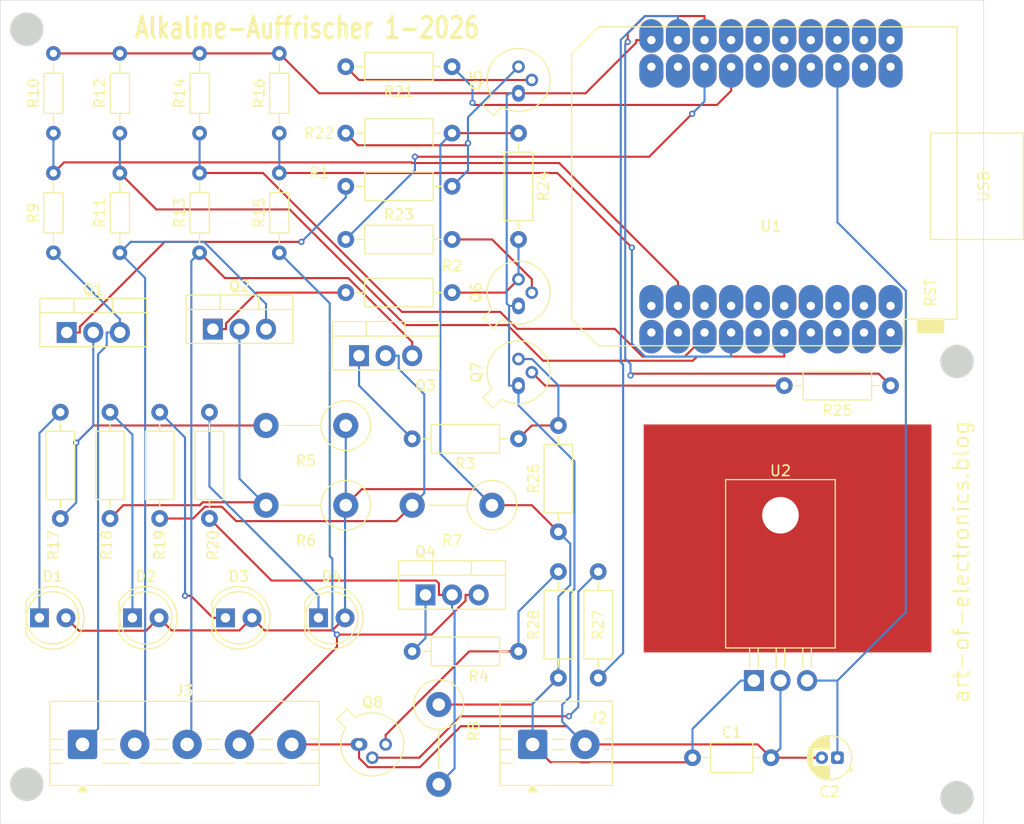
<source format=kicad_pcb>
(kicad_pcb (version 20241229) (generator "pcbnew") (generator_version "9.0")
  (layers (0 "F.Cu" signal) (2 "B.Cu" signal) (13 "F.Paste" user) (15 "B.Paste" user) (5 "F.SilkS" user "F.Silkscreen") (7 "B.SilkS" user "B.Silkscreen") (1 "F.Mask" user) (3 "B.Mask" user) (25 "Edge.Cuts" user))
  (net 0 "")
  (net 1 "+12 V")
  (net 2 "Net-(D1-K)")
  (net 3 "Net-(D2-K)")
  (net 4 "Net-(D3-K)")
  (net 5 "Net-(D4-K)")
  (net 6 "GND")
  (net 7 "+ Batt 2")
  (net 8 "+ Batt 4")
  (net 9 "+ Batt 1")
  (net 10 "+ Batt 3")
  (net 11 "Net-(Q1-G)")
  (net 12 "Net-(Q1-D)")
  (net 13 "Net-(Q2-G)")
  (net 14 "Net-(Q2-D)")
  (net 15 "Net-(Q3-G)")
  (net 16 "Net-(Q3-D)")
  (net 17 "Net-(Q4-G)")
  (net 18 "Net-(Q4-D)")
  (net 19 "Net-(Q5-B)")
  (net 20 "Net-(Q5-C)")
  (net 21 "Net-(Q6-C)")
  (net 22 "Net-(Q6-B)")
  (net 23 "Net-(Q7-B)")
  (net 24 "Net-(Q7-C)")
  (net 25 "Net-(Q8-B)")
  (net 26 "Net-(Q8-C)")
  (net 27 "Net-(U1-IO_36{slash}SVP{slash}A0)")
  (net 28 "Net-(U1-IO_34)")
  (net 29 "Net-(U1-IO_39{slash}SVN)")
  (net 30 "Net-(U1-IO_35)")
  (net 31 "Net-(U1-IO_21{slash}D2{slash}SDA)")
  (net 32 "Net-(U1-IO_22{slash}D1{slash}SCL)")
  (net 33 "Net-(U1-IO_25)")
  (net 34 "Net-(U1-IO_27)")
  (net 36 "+ 5 Vcc")
  (footprint "TerminalBlock:TerminalBlock_MaiXu_MX126-5.0-02P_1x02_P5.00mm" (layer "F.Cu") (at 133.43 124.46)
    (property "Reference" "J2")
    (property "Value" "12 V Input")
  )
  (footprint "Resistor_THT:R_Axial_DIN0207_L6.3mm_D2.5mm_P10.16mm_Horizontal" (layer "F.Cu") (at 125.73 59.69 180)
    (property "Reference" "R21")
    (property "Value" "4k7")
  )
  (footprint "Resistor_THT:R_Axial_DIN0207_L6.3mm_D2.5mm_P10.16mm_Horizontal" (layer "F.Cu") (at 88.29 102.87 90)
    (property "Reference" "R17")
    (property "Value" "2k2")
  )
  (footprint "Capacitor_THT:C_Axial_L3.8mm_D2.6mm_P7.50mm_Horizontal" (layer "F.Cu") (at 148.71 125.73)
    (property "Reference" "C1")
    (property "Value" "0.47u")
  )
  (footprint "Resistor_THT:R_Axial_DIN0207_L6.3mm_D2.5mm_P10.16mm_Horizontal" (layer "F.Cu") (at 102.54 102.87 90)
    (property "Reference" "R20")
    (property "Value" "2k2")
  )
  (footprint "Resistor_THT:R_Axial_DIN0414_L11.9mm_D4.5mm_P7.62mm_Vertical" (layer "F.Cu") (at 115.57 93.98 180)
    (property "Reference" "R5")
    (property "Value" "47R / 2W")
  )
  (footprint "MCU Espressif:esp32-wemos-d1-mini" (layer "F.Cu") (at 156.21 71.12 90)
    (property "Reference" "U1")
    (property "Value" "ESP32-wemos-d1-mini")
  )
  (footprint "Package_TO_SOT_THT:TO-220-3_Vertical" (layer "F.Cu") (at 116.84 87.31)
    (property "Reference" "Q3")
    (property "Value" "BUZ42")
  )
  (footprint "Resistor_THT:R_Axial_DIN0204_L3.6mm_D1.6mm_P7.62mm_Horizontal" (layer "F.Cu") (at 101.6 66.04 90)
    (property "Reference" "R14")
    (property "Value" "100k")
  )
  (footprint "Resistor_THT:R_Axial_DIN0204_L3.6mm_D1.6mm_P7.62mm_Horizontal" (layer "F.Cu") (at 109.22 77.47 90)
    (property "Reference" "R15")
    (property "Value" "330k")
  )
  (footprint "Resistor_THT:R_Axial_DIN0207_L6.3mm_D2.5mm_P10.16mm_Horizontal" (layer "F.Cu") (at 139.7 118.11 90)
    (property "Reference" "R27")
    (property "Value" "4k7")
  )
  (footprint "LED_THT:LED_D5.0mm" (layer "F.Cu") (at 104.0717 112.3608)
    (property "Reference" "D3")
    (property "Value" "LED gruen")
  )
  (footprint "Package_TO_SOT_THT:TO-220-3_Vertical" (layer "F.Cu") (at 102.87 84.77)
    (property "Reference" "Q2")
    (property "Value" "BUZ42")
  )
  (footprint "Resistor_THT:R_Axial_DIN0207_L6.3mm_D2.5mm_P10.16mm_Horizontal" (layer "F.Cu") (at 132.08 66.04 -90)
    (property "Reference" "R24")
    (property "Value" "10k")
  )
  (footprint "Package_TO_SOT_THT:TO-18-3" (layer "F.Cu") (at 132.08 62.23 90)
    (property "Reference" "Q5")
    (property "Value" "2N2484")
  )
  (footprint "Resistor_THT:R_Axial_DIN0204_L3.6mm_D1.6mm_P7.62mm_Horizontal" (layer "F.Cu") (at 101.6 77.47 90)
    (property "Reference" "R13")
    (property "Value" "330k")
  )
  (footprint "Resistor_THT:R_Axial_DIN0207_L6.3mm_D2.5mm_P10.16mm_Horizontal" (layer "F.Cu") (at 167.64 90.17 180)
    (property "Reference" "R25")
    (property "Value" "4k7")
  )
  (footprint "Resistor_THT:R_Axial_DIN0414_L11.9mm_D4.5mm_P7.62mm_Vertical" (layer "F.Cu") (at 124.46 120.65 -90)
    (property "Reference" "R8")
    (property "Value" "47R / 2W")
  )
  (footprint "Package_TO_SOT_THT:TO-220-3_Vertical" (layer "F.Cu") (at 88.9 85.09)
    (property "Reference" "Q1")
    (property "Value" "BUZ42")
  )
  (footprint "Package_TO_SOT_THT:TO-18-3" (layer "F.Cu") (at 132.08 90.17 90)
    (property "Reference" "Q7")
    (property "Value" "2N2484")
  )
  (footprint "Resistor_THT:R_Axial_DIN0414_L11.9mm_D4.5mm_P7.62mm_Vertical" (layer "F.Cu") (at 115.57 101.6 180)
    (property "Reference" "R6")
    (property "Value" "47R / 2W")
  )
  (footprint "Resistor_THT:R_Axial_DIN0207_L6.3mm_D2.5mm_P10.16mm_Horizontal" (layer "F.Cu") (at 97.79 102.87 90)
    (property "Reference" "R19")
    (property "Value" "2k2")
  )
  (footprint "Resistor_THT:R_Axial_DIN0207_L6.3mm_D2.5mm_P10.16mm_Horizontal" (layer "F.Cu") (at 125.73 81.28 180)
    (property "Reference" "R2")
    (property "Value" "4k7")
  )
  (footprint "Resistor_THT:R_Axial_DIN0204_L3.6mm_D1.6mm_P7.62mm_Horizontal" (layer "F.Cu") (at 93.98 77.47 90)
    (property "Reference" "R11")
    (property "Value" "330k")
  )
  (footprint "Resistor_THT:R_Axial_DIN0207_L6.3mm_D2.5mm_P10.16mm_Horizontal" (layer "F.Cu") (at 115.57 76.2)
    (property "Reference" "R23")
    (property "Value" "4k7")
  )
  (footprint "Resistor_THT:R_Axial_DIN0207_L6.3mm_D2.5mm_P10.16mm_Horizontal" (layer "F.Cu") (at 135.89 104.14 90)
    (property "Reference" "R26")
    (property "Value" "10k")
  )
  (footprint "Resistor_THT:R_Axial_DIN0207_L6.3mm_D2.5mm_P10.16mm_Horizontal" (layer "F.Cu") (at 125.73 71.12 180)
    (property "Reference" "R1")
    (property "Value" "4k7")
  )
  (footprint "Package_TO_SOT_THT:TO-18-3" (layer "F.Cu") (at 116.84 124.46)
    (property "Reference" "Q8")
    (property "Value" "2N2484")
  )
  (footprint "Resistor_THT:R_Axial_DIN0207_L6.3mm_D2.5mm_P10.16mm_Horizontal" (layer "F.Cu") (at 125.73 66.04 180)
    (property "Reference" "R22")
    (property "Value" "10k")
  )
  (footprint "Package_TO_SOT_THT:TO-220F-3_Horizontal_TabDown" (layer "F.Cu") (at 154.5752 118.36)
    (property "Reference" "U2")
    (property "Value" "LM2940C-5.0_TO220")
  )
  (footprint "LED_THT:LED_D5.0mm" (layer "F.Cu") (at 112.9617 112.3608)
    (property "Reference" "D4")
    (property "Value" "LED gruen")
  )
  (footprint "Resistor_THT:R_Axial_DIN0204_L3.6mm_D1.6mm_P7.62mm_Horizontal" (layer "F.Cu") (at 87.63 77.47 90)
    (property "Reference" "R9")
    (property "Value" "330k")
  )
  (footprint "LED_THT:LED_D5.0mm" (layer "F.Cu") (at 95.1817 112.3608)
    (property "Reference" "D2")
    (property "Value" "LED gruen")
  )
  (footprint "Resistor_THT:R_Axial_DIN0207_L6.3mm_D2.5mm_P10.16mm_Horizontal" (layer "F.Cu") (at 135.89 118.11 90)
    (property "Reference" "R28")
    (property "Value" "10k")
  )
  (footprint "Resistor_THT:R_Axial_DIN0204_L3.6mm_D1.6mm_P7.62mm_Horizontal" (layer "F.Cu") (at 87.63 66.04 90)
    (property "Reference" "R10")
    (property "Value" "100k")
  )
  (footprint "Package_TO_SOT_THT:TO-18-3" (layer "F.Cu") (at 132.08 82.55 90)
    (property "Reference" "Q6")
    (property "Value" "2N2484")
  )
  (footprint "Resistor_THT:R_Axial_DIN0204_L3.6mm_D1.6mm_P7.62mm_Horizontal" (layer "F.Cu") (at 109.22 66.04 90)
    (property "Reference" "R16")
    (property "Value" "100k")
  )
  (footprint "Capacitor_THT:CP_Radial_D4.0mm_P1.50mm" (layer "F.Cu") (at 162.56 125.73 180)
    (property "Reference" "C2")
    (property "Value" "22u")
  )
  (footprint "Resistor_THT:R_Axial_DIN0207_L6.3mm_D2.5mm_P10.16mm_Horizontal" (layer "F.Cu") (at 132.08 115.57 180)
    (property "Reference" "R4")
    (property "Value" "4k7")
  )
  (footprint "Resistor_THT:R_Axial_DIN0204_L3.6mm_D1.6mm_P7.62mm_Horizontal" (layer "F.Cu") (at 93.98 66.04 90)
    (property "Reference" "R12")
    (property "Value" "100k")
  )
  (footprint "LED_THT:LED_D5.0mm" (layer "F.Cu") (at 86.2917 112.3608)
    (property "Reference" "D1")
    (property "Value" "LED gruen")
  )
  (footprint "TerminalBlock:TerminalBlock_MaiXu_MX126-5.0-05P_1x05_P5.00mm" (layer "F.Cu") (at 90.41 124.46)
    (property "Reference" "J3")
    (property "Value" "Batteriefaecher")
  )
  (footprint "Resistor_THT:R_Axial_DIN0207_L6.3mm_D2.5mm_P10.16mm_Horizontal" (layer "F.Cu") (at 93.04 102.87 90)
    (property "Reference" "R18")
    (property "Value" "2k2")
  )
  (footprint "Resistor_THT:R_Axial_DIN0207_L6.3mm_D2.5mm_P10.16mm_Horizontal" (layer "F.Cu") (at 132.08 95.25 180)
    (property "Reference" "R3")
    (property "Value" "4k7")
  )
  (footprint "Package_TO_SOT_THT:TO-220-3_Vertical" (layer "F.Cu") (at 123.19 110.17)
    (property "Reference" "Q4")
    (property "Value" "BUZ42")
  )
  (footprint "Resistor_THT:R_Axial_DIN0414_L11.9mm_D4.5mm_P7.62mm_Vertical" (layer "F.Cu") (at 129.54 101.6 180)
    (property "Reference" "R7")
    (property "Value" "47R / 2W")
  )
  (gr_rect (start 144.145 93.98) (end 171.45 115.57) (stroke (width 0.2)) (fill yes) (layer "F.Cu"))
  (gr_circle (center 173.99 129.54) (end 175.49 129.54) (stroke (width 0.2)) (fill yes) (layer "Edge.Cuts"))
  (gr_circle (center 85.09 56.11) (end 86.59 56.11) (stroke (width 0.2)) (fill yes) (layer "Edge.Cuts"))
  (gr_circle (center 85.09 128.27) (end 86.59 128.27) (stroke (width 0.2)) (fill yes) (layer "Edge.Cuts"))
  (gr_circle (center 157.1 102.5) (end 158.6 102.5) (stroke (width 0.2)) (fill yes) (layer "Edge.Cuts"))
  (gr_rect (start 82.55 53.34) (end 176.53 132.08) (stroke (width 0.05)) (fill no) (layer "Edge.Cuts"))
  (gr_circle (center 173.99 87.86) (end 175.49 87.86) (stroke (width 0.2)) (fill yes) (layer "Edge.Cuts"))
  (gr_text "Alkaline-Auffrischer 1-2026 " (at 95.25 57.15 0) (layer "F.SilkS") (effects (font (size 2 1.5) (thickness 0.3) (bold yes)) (justify left bottom)))
  (gr_text "art-of-electronics.blog " (at 175.26 120.65 90) (layer "F.SilkS") (effects (font (size 1.5 1.5) (thickness 0.1875)) (justify left bottom)))
  (segment (start 148.2699 126.1701) (end 135.1401 126.1701) (width 0.2) (layer "F.Cu") (net 1))
  (segment (start 88.8317 112.3608) (end 90.0638 113.5929) (width 0.2) (layer "F.Cu") (net 1))
  (segment (start 96.4896 113.5929) (end 97.7217 112.3608) (width 0.2) (layer "F.Cu") (net 1))
  (segment (start 129.54 101.6) (end 133.35 101.6) (width 0.2) (layer "F.Cu") (net 1))
  (segment (start 105.41 113.5625) (end 98.9234 113.5625) (width 0.2) (layer "F.Cu") (net 1))
  (segment (start 124.46 120.65) (end 133.35 120.65) (width 0.2) (layer "F.Cu") (net 1))
  (segment (start 135.1401 126.1701) (end 133.43 124.46) (width 0.2) (layer "F.Cu") (net 1))
  (segment (start 107.8134 113.5625) (end 106.6117 112.3608) (width 0.2) (layer "F.Cu") (net 1))
  (segment (start 133.35 120.65) (end 135.89 118.11) (width 0.2) (layer "F.Cu") (net 1))
  (segment (start 106.6117 112.3608) (end 105.41 113.5625) (width 0.2) (layer "F.Cu") (net 1))
  (segment (start 117.1063 100.0637) (end 128.0037 100.0637) (width 0.2) (layer "F.Cu") (net 1))
  (segment (start 115.5017 112.3608) (end 115.4801 112.3608) (width 0.2) (layer "F.Cu") (net 1))
  (segment (start 114.2784 113.5625) (end 107.8134 113.5625) (width 0.2) (layer "F.Cu") (net 1))
  (segment (start 90.0638 113.5929) (end 96.4896 113.5929) (width 0.2) (layer "F.Cu") (net 1))
  (segment (start 115.4801 112.3608) (end 114.2784 113.5625) (width 0.2) (layer "F.Cu") (net 1))
  (segment (start 98.9234 113.5625) (end 97.7217 112.3608) (width 0.2) (layer "F.Cu") (net 1))
  (segment (start 133.35 101.6) (end 135.89 104.14) (width 0.2) (layer "F.Cu") (net 1))
  (segment (start 115.57 101.6) (end 117.1063 100.0637) (width 0.2) (layer "F.Cu") (net 1))
  (segment (start 148.71 125.73) (end 148.2699 126.1701) (width 0.2) (layer "F.Cu") (net 1))
  (segment (start 132.08 66.04) (end 125.73 66.04) (width 0.2) (layer "F.Cu") (net 1))
  (segment (start 128.0037 100.0637) (end 129.54 101.6) (width 0.2) (layer "F.Cu") (net 1))
  (segment (start 115.57 101.6) (end 115.57 93.98) (width 0.2) (layer "B.Cu") (net 1))
  (segment (start 135.89 110.3499) (end 137.025 109.2149) (width 0.2) (layer "B.Cu") (net 1))
  (segment (start 124.6106 96.6706) (end 124.6106 67.1594) (width 0.2) (layer "B.Cu") (net 1))
  (segment (start 115.5017 112.3608) (end 115.5017 101.6683) (width 0.2) (layer "B.Cu") (net 1))
  (segment (start 124.6106 67.1594) (end 125.73 66.04) (width 0.2) (layer "B.Cu") (net 1))
  (segment (start 148.71 125.73) (end 148.71 122.971) (width 0.2) (layer "B.Cu") (net 1))
  (segment (start 154.5752 118.36) (end 153.321 118.36) (width 0.2) (layer "B.Cu") (net 1))
  (segment (start 137.025 109.2149) (end 137.025 105.275) (width 0.2) (layer "B.Cu") (net 1))
  (segment (start 133.43 124.46) (end 133.43 120.57) (width 0.2) (layer "B.Cu") (net 1))
  (segment (start 115.5017 101.6683) (end 115.57 101.6) (width 0.2) (layer "B.Cu") (net 1))
  (segment (start 129.54 101.6) (end 124.6106 96.6706) (width 0.2) (layer "B.Cu") (net 1))
  (segment (start 137.025 105.275) (end 135.89 104.14) (width 0.2) (layer "B.Cu") (net 1))
  (segment (start 148.71 122.971) (end 153.321 118.36) (width 0.2) (layer "B.Cu") (net 1))
  (segment (start 133.43 120.57) (end 135.89 118.11) (width 0.2) (layer "B.Cu") (net 1))
  (segment (start 135.89 118.11) (end 135.89 110.3499) (width 0.2) (layer "B.Cu") (net 1))
  (segment (start 86.2917 94.7083) (end 86.2917 112.3608) (width 0.2) (layer "B.Cu") (net 2))
  (segment (start 88.29 92.71) (end 86.2917 94.7083) (width 0.2) (layer "B.Cu") (net 2))
  (segment (start 93.04 92.71) (end 95.1817 94.8517) (width 0.2) (layer "B.Cu") (net 3))
  (segment (start 95.1817 94.8517) (end 95.1817 112.3608) (width 0.2) (layer "B.Cu") (net 3))
  (segment (start 104.0717 112.3608) (end 102.87 112.3608) (width 0.2) (layer "F.Cu") (net 4))
  (segment (start 102.87 112.3608) (end 100.7607 110.2515) (width 0.2) (layer "F.Cu") (net 4))
  (segment (start 100.7607 110.2515) (end 100.2096 110.2515) (width 0.2) (layer "F.Cu") (net 4))
  (via (at 100.2096 110.2515) (size 0.6) (drill 0.3) (layers "F.Cu" "B.Cu") (net 4))
  (segment (start 100.2096 95.1296) (end 97.79 92.71) (width 0.2) (layer "B.Cu") (net 4))
  (segment (start 100.2096 110.2515) (end 100.2096 95.1296) (width 0.2) (layer "B.Cu") (net 4))
  (segment (start 112.9617 110.2333) (end 112.9617 112.3608) (width 0.2) (layer "B.Cu") (net 5))
  (segment (start 102.54 99.8116) (end 112.9617 110.2333) (width 0.2) (layer "B.Cu") (net 5))
  (segment (start 102.54 92.71) (end 102.54 99.8116) (width 0.2) (layer "B.Cu") (net 5))
  (segment (start 113.03 62.23) (end 109.22 58.42) (width 0.2) (layer "F.Cu") (net 6))
  (segment (start 101.6 58.42) (end 93.98 58.42) (width 0.2) (layer "F.Cu") (net 6))
  (segment (start 116.84 125.7609) (end 116.84 124.46) (width 0.2) (layer "F.Cu") (net 6))
  (segment (start 144.78 57.15) (end 143.3283 57.15) (width 0.2) (layer "F.Cu") (net 6))
  (segment (start 161.06 125.73) (end 156.21 125.73) (width 0.2) (layer "F.Cu") (net 6))
  (segment (start 143.3283 57.3912) (end 143.3283 57.15) (width 0.2) (layer "F.Cu") (net 6))
  (segment (start 117.7159 126.6368) (end 116.84 125.7609) (width 0.2) (layer "F.Cu") (net 6))
  (segment (start 109.22 58.42) (end 101.6 58.42) (width 0.2) (layer "F.Cu") (net 6))
  (segment (start 116.84 124.46) (end 110.41 124.46) (width 0.2) (layer "F.Cu") (net 6))
  (segment (start 87.63 58.42) (end 93.98 58.42) (width 0.2) (layer "F.Cu") (net 6))
  (segment (start 132.08 62.23) (end 113.03 62.23) (width 0.2) (layer "F.Cu") (net 6))
  (segment (start 126.5735 122.715) (end 122.6517 126.6368) (width 0.2) (layer "F.Cu") (net 6))
  (segment (start 136.685 122.715) (end 126.5735 122.715) (width 0.2) (layer "F.Cu") (net 6))
  (segment (start 138.43 124.46) (end 136.685 122.715) (width 0.2) (layer "F.Cu") (net 6))
  (segment (start 122.6517 126.6368) (end 117.7159 126.6368) (width 0.2) (layer "F.Cu") (net 6))
  (segment (start 132.08 62.23) (end 138.4895 62.23) (width 0.2) (layer "F.Cu") (net 6))
  (segment (start 154.94 124.46) (end 138.43 124.46) (width 0.2) (layer "F.Cu") (net 6))
  (segment (start 138.4895 62.23) (end 143.3283 57.3912) (width 0.2) (layer "F.Cu") (net 6))
  (segment (start 156.21 125.73) (end 154.94 124.46) (width 0.2) (layer "F.Cu") (net 6))
  (segment (start 157.1152 124.8248) (end 156.21 125.73) (width 0.2) (layer "B.Cu") (net 6))
  (segment (start 132.08 90.17) (end 131.1783 90.17) (width 0.2) (layer "B.Cu") (net 6))
  (segment (start 132.08 92.0654) (end 132.08 90.17) (width 0.2) (layer "B.Cu") (net 6))
  (segment (start 137.4267 97.4121) (end 132.08 92.0654) (width 0.2) (layer "B.Cu") (net 6))
  (segment (start 138.43 124.46) (end 136.259 122.289) (width 0.2) (layer "B.Cu") (net 6))
  (segment (start 157.1152 118.36) (end 157.1152 124.8248) (width 0.2) (layer "B.Cu") (net 6))
  (segment (start 132.08 62.23) (end 131.1783 62.23) (width 0.2) (layer "B.Cu") (net 6))
  (segment (start 137.025 119.8928) (end 137.025 110.0178) (width 0.2) (layer "B.Cu") (net 6))
  (segment (start 130.9523 82.324) (end 130.9523 62.456) (width 0.2) (layer "B.Cu") (net 6))
  (segment (start 131.1783 82.55) (end 130.9523 82.324) (width 0.2) (layer "B.Cu") (net 6))
  (segment (start 137.025 110.0178) (end 137.4267 109.6161) (width 0.2) (layer "B.Cu") (net 6))
  (segment (start 131.1783 90.17) (end 131.1783 82.55) (width 0.2) (layer "B.Cu") (net 6))
  (segment (start 136.259 120.6588) (end 137.025 119.8928) (width 0.2) (layer "B.Cu") (net 6))
  (segment (start 136.259 122.289) (end 136.259 120.6588) (width 0.2) (layer "B.Cu") (net 6))
  (segment (start 132.08 82.55) (end 131.1792 82.55) (width 0.2) (layer "B.Cu") (net 6))
  (segment (start 131.1792 82.55) (end 131.1783 82.55) (width 0.2) (layer "B.Cu") (net 6))
  (segment (start 130.9523 62.456) (end 131.1783 62.23) (width 0.2) (layer "B.Cu") (net 6))
  (segment (start 137.4267 109.6161) (end 137.4267 97.4121) (width 0.2) (layer "B.Cu") (net 6))
  (segment (start 107.95 82.3652) (end 107.95 84.77) (width 0.2) (layer "B.Cu") (net 7))
  (segment (start 93.98 77.47) (end 95.0199 76.4301) (width 0.2) (layer "B.Cu") (net 7))
  (segment (start 96.3957 79.8857) (end 93.98 77.47) (width 0.2) (layer "B.Cu") (net 7))
  (segment (start 95.0199 76.4301) (end 102.0149 76.4301) (width 0.2) (layer "B.Cu") (net 7))
  (segment (start 96.3957 123.4743) (end 96.3957 79.8857) (width 0.2) (layer "B.Cu") (net 7))
  (segment (start 95.41 124.46) (end 96.3957 123.4743) (width 0.2) (layer "B.Cu") (net 7))
  (segment (start 102.0149 76.4301) (end 107.95 82.3652) (width 0.2) (layer "B.Cu") (net 7))
  (segment (start 128.27 110.17) (end 127.0158 110.17) (width 0.2) (layer "F.Cu") (net 8))
  (segment (start 127.0158 110.7187) (end 123.7718 113.9627) (width 0.2) (layer "F.Cu") (net 8))
  (segment (start 114.729 113.9627) (end 114.729 115.141) (width 0.2) (layer "F.Cu") (net 8))
  (segment (start 123.7718 113.9627) (end 114.729 113.9627) (width 0.2) (layer "F.Cu") (net 8))
  (segment (start 127.0158 110.17) (end 127.0158 110.7187) (width 0.2) (layer "F.Cu") (net 8))
  (segment (start 114.729 115.141) (end 105.41 124.46) (width 0.2) (layer "F.Cu") (net 8))
  (via (at 114.729 113.9627) (size 0.6) (drill 0.3) (layers "F.Cu" "B.Cu") (net 8))
  (segment (start 109.22 77.47) (end 114.0387 82.2887) (width 0.2) (layer "B.Cu") (net 8))
  (segment (start 114.29 113.5237) (end 114.729 113.9627) (width 0.2) (layer "B.Cu") (net 8))
  (segment (start 114.29 106.7235) (end 114.29 113.5237) (width 0.2) (layer "B.Cu") (net 8))
  (segment (start 114.0387 82.2887) (end 114.0387 106.4722) (width 0.2) (layer "B.Cu") (net 8))
  (segment (start 114.0387 106.4722) (end 114.29 106.7235) (width 0.2) (layer "B.Cu") (net 8))
  (segment (start 93.98 84.5879) (end 93.98 85.09) (width 0.2) (layer "B.Cu") (net 9))
  (segment (start 93.9483 83.7883) (end 93.98 83.7883) (width 0.2) (layer "B.Cu") (net 9))
  (segment (start 91.8986 122.9714) (end 90.41 124.46) (width 0.2) (layer "B.Cu") (net 9))
  (segment (start 91.8986 87.1714) (end 91.8986 122.9714) (width 0.2) (layer "B.Cu") (net 9))
  (segment (start 87.63 77.47) (end 93.9483 83.7883) (width 0.2) (layer "B.Cu") (net 9))
  (segment (start 92.7258 85.09) (end 92.7258 86.3442) (width 0.2) (layer "B.Cu") (net 9))
  (segment (start 93.98 85.09) (end 92.7258 85.09) (width 0.2) (layer "B.Cu") (net 9))
  (segment (start 92.7258 86.3442) (end 91.8986 87.1714) (width 0.2) (layer "B.Cu") (net 9))
  (segment (start 93.98 84.5879) (end 93.98 83.7883) (width 0.2) (layer "B.Cu") (net 9))
  (segment (start 104.0216 79.8916) (end 115.8033 79.8916) (width 0.2) (layer "F.Cu") (net 10))
  (segment (start 115.8033 79.8916) (end 121.92 86.0083) (width 0.2) (layer "F.Cu") (net 10))
  (segment (start 121.92 87.31) (end 121.92 86.0083) (width 0.2) (layer "F.Cu") (net 10))
  (segment (start 101.6 77.47) (end 104.0216 79.8916) (width 0.2) (layer "F.Cu") (net 10))
  (segment (start 100.8113 124.0587) (end 100.8113 78.2587) (width 0.2) (layer "B.Cu") (net 10))
  (segment (start 100.41 124.46) (end 100.8113 124.0587) (width 0.2) (layer "B.Cu") (net 10))
  (segment (start 100.8113 78.2587) (end 101.6 77.47) (width 0.2) (layer "B.Cu") (net 10))
  (segment (start 88.9 85.09) (end 90.1542 85.09) (width 0.2) (layer "F.Cu") (net 11))
  (segment (start 90.1542 85.09) (end 90.1542 84.5413) (width 0.2) (layer "F.Cu") (net 11))
  (segment (start 98.2635 76.432) (end 111.3297 76.432) (width 0.2) (layer "F.Cu") (net 11))
  (segment (start 90.1542 84.5413) (end 98.2635 76.432) (width 0.2) (layer "F.Cu") (net 11))
  (via (at 111.3297 76.432) (size 0.6) (drill 0.3) (layers "F.Cu" "B.Cu") (net 11))
  (segment (start 115.57 72.1917) (end 115.57 71.12) (width 0.2) (layer "B.Cu") (net 11))
  (segment (start 111.3297 76.432) (end 115.57 72.1917) (width 0.2) (layer "B.Cu") (net 11))
  (segment (start 89.808 95.6325) (end 91.4605 93.98) (width 0.2) (layer "F.Cu") (net 12))
  (segment (start 91.4605 93.98) (end 107.95 93.98) (width 0.2) (layer "F.Cu") (net 12))
  (via (at 89.808 95.6325) (size 0.6) (drill 0.3) (layers "F.Cu" "B.Cu") (net 12))
  (segment (start 88.29 102.87) (end 89.808 101.352) (width 0.2) (layer "B.Cu") (net 12))
  (segment (start 91.44 94.0005) (end 89.808 95.6325) (width 0.2) (layer "B.Cu") (net 12))
  (segment (start 91.44 85.09) (end 91.44 94.0005) (width 0.2) (layer "B.Cu") (net 12))
  (segment (start 89.808 101.352) (end 89.808 95.6325) (width 0.2) (layer "B.Cu") (net 12))
  (segment (start 107.0655 81.28) (end 115.57 81.28) (width 0.2) (layer "F.Cu") (net 13))
  (segment (start 104.1242 84.2213) (end 107.0655 81.28) (width 0.2) (layer "F.Cu") (net 13))
  (segment (start 104.1242 84.77) (end 104.1242 84.2213) (width 0.2) (layer "F.Cu") (net 13))
  (segment (start 102.87 84.77) (end 104.1242 84.77) (width 0.2) (layer "F.Cu") (net 13))
  (segment (start 107.95 101.6) (end 107.666 101.316) (width 0.2) (layer "F.Cu") (net 14))
  (segment (start 101.6222 101.5985) (end 94.3115 101.5985) (width 0.2) (layer "F.Cu") (net 14))
  (segment (start 107.666 101.316) (end 101.9047 101.316) (width 0.2) (layer "F.Cu") (net 14))
  (segment (start 101.787 101.4337) (end 101.6222 101.5985) (width 0.2) (layer "F.Cu") (net 14))
  (segment (start 101.787 101.4337) (end 101.6222 101.5985) (width 0.2) (layer "F.Cu") (net 14))
  (segment (start 94.3115 101.5985) (end 93.04 102.87) (width 0.2) (layer "F.Cu") (net 14))
  (segment (start 101.9047 101.316) (end 101.787 101.4337) (width 0.2) (layer "F.Cu") (net 14))
  (segment (start 105.41 99.06) (end 105.41 84.77) (width 0.2) (layer "B.Cu") (net 14))
  (segment (start 107.95 101.6) (end 105.41 99.06) (width 0.2) (layer "B.Cu") (net 14))
  (segment (start 116.84 90.17) (end 116.84 87.31) (width 0.2) (layer "B.Cu") (net 15))
  (segment (start 121.92 95.25) (end 116.84 90.17) (width 0.2) (layer "B.Cu") (net 15))
  (segment (start 100.982 102.87) (end 97.79 102.87) (width 0.2) (layer "F.Cu") (net 16))
  (segment (start 120.4019 103.1181) (end 105.0954 103.1181) (width 0.2) (layer "F.Cu") (net 16))
  (segment (start 102.1019 101.7501) (end 100.982 102.87) (width 0.2) (layer "F.Cu") (net 16))
  (segment (start 105.0954 103.1181) (end 103.7274 101.7501) (width 0.2) (layer "F.Cu") (net 16))
  (segment (start 121.92 101.6) (end 120.4019 103.1181) (width 0.2) (layer "F.Cu") (net 16))
  (segment (start 103.7274 101.7501) (end 102.1019 101.7501) (width 0.2) (layer "F.Cu") (net 16))
  (segment (start 120.6342 87.31) (end 120.6342 88.5642) (width 0.2) (layer "B.Cu") (net 16))
  (segment (start 120.6342 88.5642) (end 123.0736 91.0036) (width 0.2) (layer "B.Cu") (net 16))
  (segment (start 119.38 87.31) (end 120.6342 87.31) (width 0.2) (layer "B.Cu") (net 16))
  (segment (start 123.0736 100.4464) (end 121.92 101.6) (width 0.2) (layer "B.Cu") (net 16))
  (segment (start 123.0736 91.0036) (end 123.0736 100.4464) (width 0.2) (layer "B.Cu") (net 16))
  (segment (start 121.92 115.57) (end 123.19 114.3) (width 0.2) (layer "B.Cu") (net 17))
  (segment (start 123.19 114.3) (end 123.19 110.17) (width 0.2) (layer "B.Cu") (net 17))
  (segment (start 125.73 110.17) (end 124.4758 110.17) (width 0.2) (layer "F.Cu") (net 18))
  (segment (start 108.469 108.799) (end 124.2001 108.799) (width 0.2) (layer "F.Cu") (net 18))
  (segment (start 102.54 102.87) (end 108.469 108.799) (width 0.2) (layer "F.Cu") (net 18))
  (segment (start 124.4758 109.0747) (end 124.4758 110.17) (width 0.2) (layer "F.Cu") (net 18))
  (segment (start 124.2001 108.799) (end 124.4758 109.0747) (width 0.2) (layer "F.Cu") (net 18))
  (segment (start 124.46 128.27) (end 125.9714 126.7586) (width 0.2) (layer "B.Cu") (net 18))
  (segment (start 125.73 110.17) (end 125.73 111.4717) (width 0.2) (layer "B.Cu") (net 18))
  (segment (start 125.9714 111.7131) (end 125.73 111.4717) (width 0.2) (layer "B.Cu") (net 18))
  (segment (start 125.9714 126.7586) (end 125.9714 111.7131) (width 0.2) (layer "B.Cu") (net 18))
  (segment (start 133.35 60.96) (end 116.84 60.96) (width 0.2) (layer "F.Cu") (net 19))
  (segment (start 116.84 60.96) (end 115.57 59.69) (width 0.2) (layer "F.Cu") (net 19))
  (segment (start 127.2505 66.9982) (end 127.0528 67.1959) (width 0.2) (layer "F.Cu") (net 20))
  (segment (start 127.0528 67.1959) (end 116.7259 67.1959) (width 0.2) (layer "F.Cu") (net 20))
  (segment (start 116.7259 67.1959) (end 115.57 66.04) (width 0.2) (layer "F.Cu") (net 20))
  (via (at 127.2505 66.9982) (size 0.6) (drill 0.3) (layers "F.Cu" "B.Cu") (net 20))
  (segment (start 127.2505 69.5995) (end 127.2505 66.9982) (width 0.2) (layer "B.Cu") (net 20))
  (segment (start 127.2505 64.5195) (end 127.2505 66.9982) (width 0.2) (layer "B.Cu") (net 20))
  (segment (start 132.08 59.69) (end 127.2505 64.5195) (width 0.2) (layer "B.Cu") (net 20))
  (segment (start 125.73 71.12) (end 127.2505 69.5995) (width 0.2) (layer "B.Cu") (net 20))
  (segment (start 125.73 81.28) (end 130.81 81.28) (width 0.2) (layer "F.Cu") (net 21))
  (segment (start 130.81 81.28) (end 132.08 80.01) (width 0.2) (layer "F.Cu") (net 21))
  (segment (start 132.08 80.01) (end 132.08 76.2) (width 0.2) (layer "B.Cu") (net 21))
  (segment (start 133.35 81.28) (end 133.35 79.9932) (width 0.2) (layer "F.Cu") (net 22))
  (segment (start 133.35 79.9932) (end 129.5568 76.2) (width 0.2) (layer "F.Cu") (net 22))
  (segment (start 129.5568 76.2) (end 125.73 76.2) (width 0.2) (layer "F.Cu") (net 22))
  (segment (start 134.62 90.17) (end 133.35 88.9) (width 0.2) (layer "F.Cu") (net 23))
  (segment (start 157.48 90.17) (end 134.62 90.17) (width 0.2) (layer "F.Cu") (net 23))
  (segment (start 133.35 93.98) (end 132.08 95.25) (width 0.2) (layer "F.Cu") (net 24))
  (segment (start 135.89 93.98) (end 133.35 93.98) (width 0.2) (layer "F.Cu") (net 24))
  (segment (start 135.89 90.152) (end 135.89 93.98) (width 0.2) (layer "B.Cu") (net 24))
  (segment (start 132.08 87.63) (end 133.368 87.63) (width 0.2) (layer "B.Cu") (net 24))
  (segment (start 133.368 87.63) (end 135.89 90.152) (width 0.2) (layer "B.Cu") (net 24))
  (segment (start 122.7581 125.5637) (end 122.5918 125.73) (width 0.2) (layer "F.Cu") (net 25))
  (segment (start 136.8992 121.7724) (end 126.5494 121.7724) (width 0.2) (layer "F.Cu") (net 25))
  (segment (start 122.5918 125.73) (end 118.11 125.73) (width 0.2) (layer "F.Cu") (net 25))
  (segment (start 122.7581 125.5637) (end 122.5918 125.73) (width 0.2) (layer "F.Cu") (net 25))
  (segment (start 126.5494 121.7724) (end 122.7581 125.5637) (width 0.2) (layer "F.Cu") (net 25))
  (via (at 136.8992 121.7724) (size 0.6) (drill 0.3) (layers "F.Cu" "B.Cu") (net 25))
  (segment (start 137.795 109.855) (end 139.7 107.95) (width 0.2) (layer "B.Cu") (net 25))
  (segment (start 136.8992 121.7724) (end 137.795 120.8766) (width 0.2) (layer "B.Cu") (net 25))
  (segment (start 137.795 120.8766) (end 137.795 109.855) (width 0.2) (layer "B.Cu") (net 25))
  (segment (start 127.3711 115.57) (end 132.08 115.57) (width 0.2) (layer "F.Cu") (net 26))
  (segment (start 119.38 124.46) (end 119.38 123.5611) (width 0.2) (layer "F.Cu") (net 26))
  (segment (start 119.38 123.5611) (end 127.3711 115.57) (width 0.2) (layer "F.Cu") (net 26))
  (segment (start 132.08 111.76) (end 132.08 115.57) (width 0.2) (layer "B.Cu") (net 26))
  (segment (start 135.89 107.95) (end 132.08 111.76) (width 0.2) (layer "B.Cu") (net 26))
  (segment (start 121.8707 68.8329) (end 121.9341 68.8963) (width 0.2) (layer "F.Cu") (net 27))
  (segment (start 88.6471 68.8329) (end 121.8707 68.8329) (width 0.2) (layer "F.Cu") (net 27))
  (segment (start 87.63 69.85) (end 88.6471 68.8329) (width 0.2) (layer "F.Cu") (net 27))
  (segment (start 135.968 68.8963) (end 147.32 80.2483) (width 0.2) (layer "F.Cu") (net 27))
  (segment (start 147.32 82.55) (end 147.32 80.2483) (width 0.2) (layer "F.Cu") (net 27))
  (segment (start 121.9341 68.8963) (end 135.968 68.8963) (width 0.2) (layer "F.Cu") (net 27))
  (segment (start 87.63 69.85) (end 87.63 66.04) (width 0.2) (layer "B.Cu") (net 27))
  (segment (start 148.9719 87.558) (end 149.1382 87.3917) (width 0.2) (layer "F.Cu") (net 28))
  (segment (start 149.1382 87.3917) (end 157.48 87.3917) (width 0.2) (layer "F.Cu") (net 28))
  (segment (start 93.98 69.85) (end 97.461 73.331) (width 0.2) (layer "F.Cu") (net 28))
  (segment (start 97.461 73.331) (end 110.205 73.331) (width 0.2) (layer "F.Cu") (net 28))
  (segment (start 148.9719 87.558) (end 149.1382 87.3917) (width 0.2) (layer "F.Cu") (net 28))
  (segment (start 131.023 84.3852) (end 134.4312 87.7934) (width 0.2) (layer "F.Cu") (net 28))
  (segment (start 121.2592 84.3852) (end 131.023 84.3852) (width 0.2) (layer "F.Cu") (net 28))
  (segment (start 110.205 73.331) (end 121.2592 84.3852) (width 0.2) (layer "F.Cu") (net 28))
  (segment (start 148.7365 87.7934) (end 148.9719 87.558) (width 0.2) (layer "F.Cu") (net 28))
  (segment (start 134.4312 87.7934) (end 148.7365 87.7934) (width 0.2) (layer "F.Cu") (net 28))
  (segment (start 157.48 85.09) (end 157.48 87.3917) (width 0.2) (layer "F.Cu") (net 28))
  (segment (start 93.98 69.85) (end 93.98 66.04) (width 0.2) (layer "B.Cu") (net 28))
  (segment (start 141.2818 84.7439) (end 143.9296 87.3917) (width 0.2) (layer "F.Cu") (net 29))
  (segment (start 143.9296 87.3917) (end 147.9641 87.3917) (width 0.2) (layer "F.Cu") (net 29))
  (segment (start 101.6 69.85) (end 107.662 69.85) (width 0.2) (layer "F.Cu") (net 29))
  (segment (start 149.86 85.4958) (end 149.86 85.09) (width 0.2) (layer "F.Cu") (net 29))
  (segment (start 147.9641 87.3917) (end 149.86 85.4958) (width 0.2) (layer "F.Cu") (net 29))
  (segment (start 131.9497 84.7439) (end 141.2818 84.7439) (width 0.2) (layer "F.Cu") (net 29))
  (segment (start 120.9353 83.1233) (end 130.3291 83.1233) (width 0.2) (layer "F.Cu") (net 29))
  (segment (start 107.662 69.85) (end 120.9353 83.1233) (width 0.2) (layer "F.Cu") (net 29))
  (segment (start 130.3291 83.1233) (end 131.9497 84.7439) (width 0.2) (layer "F.Cu") (net 29))
  (segment (start 101.6 69.85) (end 101.6 66.04) (width 0.2) (layer "B.Cu") (net 29))
  (segment (start 109.22 69.85) (end 135.789 69.85) (width 0.2) (layer "F.Cu") (net 30))
  (segment (start 135.789 69.85) (end 142.9163 76.9773) (width 0.2) (layer "F.Cu") (net 30))
  (via (at 142.9163 76.9773) (size 0.6) (drill 0.3) (layers "F.Cu" "B.Cu") (net 30))
  (segment (start 109.22 69.85) (end 109.22 66.04) (width 0.2) (layer "B.Cu") (net 30))
  (segment (start 142.9163 86.1359) (end 142.9163 76.9773) (width 0.2) (layer "B.Cu") (net 30))
  (segment (start 152.4 85.09) (end 152.4 87.3917) (width 0.2) (layer "B.Cu") (net 30))
  (segment (start 152.4 87.3917) (end 144.1721 87.3917) (width 0.2) (layer "B.Cu") (net 30))
  (segment (start 144.1721 87.3917) (end 142.9163 86.1359) (width 0.2) (layer "B.Cu") (net 30))
  (segment (start 127.6798 63.1355) (end 127.8887 63.3444) (width 0.2) (layer "F.Cu") (net 31))
  (segment (start 127.8887 63.3444) (end 151.0473 63.3444) (width 0.2) (layer "F.Cu") (net 31))
  (segment (start 152.4 59.69) (end 152.4 61.9917) (width 0.2) (layer "F.Cu") (net 31))
  (segment (start 151.0473 63.3444) (end 152.4 61.9917) (width 0.2) (layer "F.Cu") (net 31))
  (via (at 127.6798 63.1355) (size 0.6) (drill 0.3) (layers "F.Cu" "B.Cu") (net 31))
  (segment (start 125.73 59.69) (end 127.6798 61.6398) (width 0.2) (layer "B.Cu") (net 31))
  (segment (start 127.6798 61.6398) (end 127.6798 63.1355) (width 0.2) (layer "B.Cu") (net 31))
  (segment (start 144.5659 68.2946) (end 122.1832 68.2946) (width 0.2) (layer "F.Cu") (net 32))
  (segment (start 148.672 64.1885) (end 144.5659 68.2946) (width 0.2) (layer "F.Cu") (net 32))
  (via (at 122.1832 68.2946) (size 0.6) (drill 0.3) (layers "F.Cu" "B.Cu") (net 32))
  (via (at 148.672 64.1885) (size 0.6) (drill 0.3) (layers "F.Cu" "B.Cu") (net 32))
  (segment (start 149.86 63.0005) (end 148.672 64.1885) (width 0.2) (layer "B.Cu") (net 32))
  (segment (start 149.86 59.69) (end 149.86 63.0005) (width 0.2) (layer "B.Cu") (net 32))
  (segment (start 115.57 76.2) (end 122.1832 69.5868) (width 0.2) (layer "B.Cu") (net 32))
  (segment (start 122.1832 69.5868) (end 122.1832 68.2946) (width 0.2) (layer "B.Cu") (net 32))
  (segment (start 149.86 57.15) (end 149.86 54.8483) (width 0.2) (layer "F.Cu") (net 33))
  (segment (start 149.86 54.8483) (end 144.1706 54.8483) (width 0.2) (layer "F.Cu") (net 33))
  (segment (start 142.9532 89.0289) (end 166.4989 89.0289) (width 0.2) (layer "F.Cu") (net 33))
  (segment (start 142.5193 56.4996) (end 142.5193 57.3193) (width 0.2) (layer "F.Cu") (net 33))
  (segment (start 144.1706 54.8483) (end 142.5193 56.4996) (width 0.2) (layer "F.Cu") (net 33))
  (segment (start 166.4989 89.0289) (end 167.64 90.17) (width 0.2) (layer "F.Cu") (net 33))
  (segment (start 142.7856 89.1965) (end 142.9532 89.0289) (width 0.2) (layer "F.Cu") (net 33))
  (via (at 142.7856 89.1965) (size 0.6) (drill 0.3) (layers "F.Cu" "B.Cu") (net 33))
  (via (at 142.5193 57.3193) (size 0.6) (drill 0.3) (layers "F.Cu" "B.Cu") (net 33))
  (segment (start 142.7856 88.0986) (end 142.7856 89.1965) (width 0.2) (layer "B.Cu") (net 33))
  (segment (start 142.2788 57.5598) (end 142.2788 87.5918) (width 0.2) (layer "B.Cu") (net 33))
  (segment (start 142.2788 87.5918) (end 142.7856 88.0986) (width 0.2) (layer "B.Cu") (net 33))
  (segment (start 142.5193 57.3193) (end 142.2788 57.5598) (width 0.2) (layer "B.Cu") (net 33))
  (segment (start 147.32 57.15) (end 147.32 54.8483) (width 0.2) (layer "B.Cu") (net 34))
  (segment (start 147.32 54.8483) (end 144.1394 54.8483) (width 0.2) (layer "B.Cu") (net 34))
  (segment (start 141.9124 87.9936) (end 142.0787 88.1599) (width 0.2) (layer "B.Cu") (net 34))
  (segment (start 142.0787 115.7313) (end 139.7 118.11) (width 0.2) (layer "B.Cu") (net 34))
  (segment (start 141.8535 57.1342) (end 141.8535 87.9347) (width 0.2) (layer "B.Cu") (net 34))
  (segment (start 144.1394 54.8483) (end 141.8535 57.1342) (width 0.2) (layer "B.Cu") (net 34))
  (segment (start 141.9124 87.9936) (end 142.0787 88.1599) (width 0.2) (layer "B.Cu") (net 34))
  (segment (start 141.8535 87.9347) (end 141.9124 87.9936) (width 0.2) (layer "B.Cu") (net 34))
  (segment (start 142.0787 88.1599) (end 142.0787 115.7313) (width 0.2) (layer "B.Cu") (net 34))
  (segment (start 162.56 74.567) (end 169.0988 81.1058) (width 0.2) (layer "B.Cu") (net 36))
  (segment (start 162.56 118.36) (end 160.9094 118.36) (width 0.2) (layer "B.Cu") (net 36))
  (segment (start 162.56 59.69) (end 162.56 74.567) (width 0.2) (layer "B.Cu") (net 36))
  (segment (start 169.0988 111.8212) (end 162.56 118.36) (width 0.2) (layer "B.Cu") (net 36))
  (segment (start 162.56 118.36) (end 162.56 125.73) (width 0.2) (layer "B.Cu") (net 36))
  (segment (start 169.0988 81.1058) (end 169.0988 111.8212) (width 0.2) (layer "B.Cu") (net 36))
  (segment (start 159.6552 118.36) (end 160.9094 118.36) (width 0.2) (layer "B.Cu") (net 36))
)
</source>
